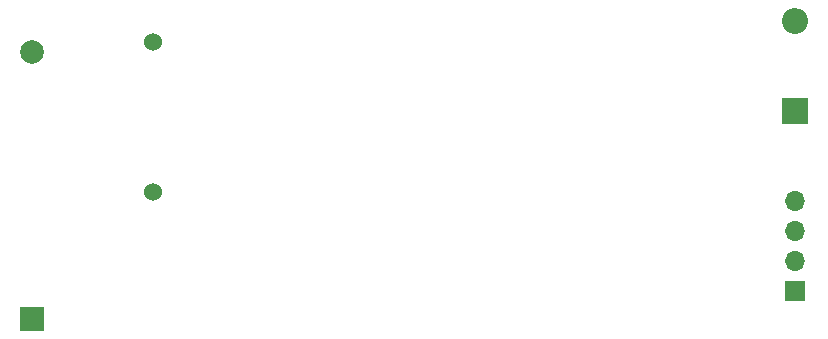
<source format=gbr>
%TF.GenerationSoftware,KiCad,Pcbnew,7.0.7*%
%TF.CreationDate,2023-10-30T22:50:01-05:00*%
%TF.ProjectId,AAA Battery Board,41414120-4261-4747-9465-727920426f61,rev?*%
%TF.SameCoordinates,Original*%
%TF.FileFunction,Copper,L2,Bot*%
%TF.FilePolarity,Positive*%
%FSLAX46Y46*%
G04 Gerber Fmt 4.6, Leading zero omitted, Abs format (unit mm)*
G04 Created by KiCad (PCBNEW 7.0.7) date 2023-10-30 22:50:01*
%MOMM*%
%LPD*%
G01*
G04 APERTURE LIST*
%TA.AperFunction,ComponentPad*%
%ADD10R,1.700000X1.700000*%
%TD*%
%TA.AperFunction,ComponentPad*%
%ADD11O,1.700000X1.700000*%
%TD*%
%TA.AperFunction,ComponentPad*%
%ADD12R,2.006600X2.006600*%
%TD*%
%TA.AperFunction,ComponentPad*%
%ADD13C,2.006600*%
%TD*%
%TA.AperFunction,ComponentPad*%
%ADD14R,2.200000X2.200000*%
%TD*%
%TA.AperFunction,ComponentPad*%
%ADD15O,2.200000X2.200000*%
%TD*%
%TA.AperFunction,ComponentPad*%
%ADD16C,1.530000*%
%TD*%
G04 APERTURE END LIST*
D10*
%TO.P,J1,1,Pin_1*%
%TO.N,Net-(J1-Pin_1)*%
X175260000Y-89027000D03*
D11*
%TO.P,J1,2,Pin_2*%
%TO.N,unconnected-(J1-Pin_2-Pad2)*%
X175260000Y-86487000D03*
%TO.P,J1,3,Pin_3*%
%TO.N,unconnected-(J1-Pin_3-Pad3)*%
X175260000Y-83947000D03*
%TO.P,J1,4,Pin_4*%
%TO.N,Net-(J1-Pin_4)*%
X175260000Y-81407000D03*
%TD*%
D12*
%TO.P,F1,1,1*%
%TO.N,Net-(D1-K)*%
X110617000Y-91440000D03*
D13*
%TO.P,F1,2,2*%
%TO.N,Net-(J1-Pin_1)*%
X110617000Y-68840000D03*
%TD*%
D14*
%TO.P,D1,1,K*%
%TO.N,Net-(D1-K)*%
X175260000Y-73787000D03*
D15*
%TO.P,D1,2,A*%
%TO.N,Net-(D1-A)*%
X175260000Y-66167000D03*
%TD*%
D16*
%TO.P,3 x AAA (4.5V),N*%
%TO.N,Net-(J1-Pin_4)*%
X120904000Y-80645000D03*
%TO.P,3 x AAA (4.5V),P*%
%TO.N,Net-(D1-A)*%
X120904000Y-67945000D03*
%TD*%
M02*

</source>
